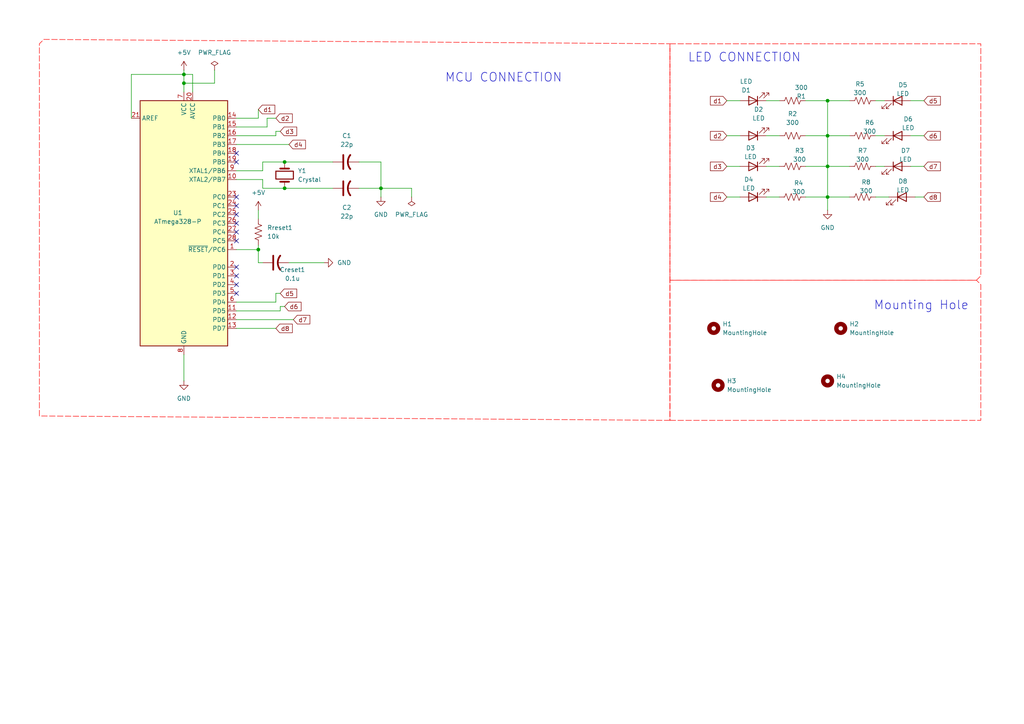
<source format=kicad_sch>
(kicad_sch (version 20250114) (generator "eeschema") (generator_version "9.0")
  (paper "A4")
  (lib_symbols
    (symbol "Device:C_US" (pin_numbers (hide yes)) (pin_names (offset 0.254) (hide yes))
      (property "Reference" "C" (at 0.635 2.54 0))
      (property "Value" "C_US" (at 0.635 -2.54 0))
      (symbol "C_US_0_1"
        (polyline (pts (xy -2.032 0.762) (xy 2.032 0.762)) (stroke (width 0.508)))
        (arc (start -2.032 -1.27) (mid 0 -0.5572) (end 2.032 -1.27) (stroke (width 0.508)))
      )
      (symbol "C_US_1_1"
        (pin passive line (at 0 3.81 270) (length 2.794) (name "~") (number "1"))
        (pin passive line (at 0 -3.81 90) (length 3.302) (name "~") (number "2"))
      )
    )
    (symbol "Device:Crystal" (pin_numbers (hide yes)) (pin_names (offset 1.016) (hide yes))
      (property "Reference" "Y" (at 0 3.81 0))
      (property "Value" "Crystal" (at 0 -3.81 0))
      (symbol "Crystal_0_1"
        (polyline (pts (xy -2.54 0) (xy -1.905 0)))
        (polyline (pts (xy -1.905 -1.27) (xy -1.905 1.27)) (stroke (width 0.508)))
        (rectangle (start -1.143 2.54) (end 1.143 -2.54) (stroke (width 0.3048)))
        (polyline (pts (xy 1.905 -1.27) (xy 1.905 1.27)) (stroke (width 0.508)))
        (polyline (pts (xy 2.54 0) (xy 1.905 0)))
      )
      (symbol "Crystal_1_1"
        (pin passive line (at -3.81 0 0) (length 1.27) (name "1") (number "1"))
        (pin passive line (at 3.81 0 180) (length 1.27) (name "2") (number "2"))
      )
    )
    (symbol "Device:LED" (pin_numbers (hide yes)) (pin_names (offset 1.016) (hide yes))
      (property "Reference" "D" (at 0 2.54 0))
      (property "Value" "LED" (at 0 -2.54 0))
      (symbol "LED_0_1"
        (polyline (pts (xy -3.048 -0.762) (xy -4.572 -2.286) (xy -3.81 -2.286) (xy -4.572 -2.286) (xy -4.572 -1.524)))
        (polyline (pts (xy -1.778 -0.762) (xy -3.302 -2.286) (xy -2.54 -2.286) (xy -3.302 -2.286) (xy -3.302 -1.524)))
        (polyline (pts (xy -1.27 0) (xy 1.27 0)))
        (polyline (pts (xy -1.27 -1.27) (xy -1.27 1.27)) (stroke (width 0.254)))
        (polyline (pts (xy 1.27 -1.27) (xy 1.27 1.27) (xy -1.27 0) (xy 1.27 -1.27)) (stroke (width 0.254)))
      )
      (symbol "LED_1_1"
        (pin passive line (at -3.81 0 0) (length 2.54) (name "K") (number "1"))
        (pin passive line (at 3.81 0 180) (length 2.54) (name "A") (number "2"))
      )
    )
    (symbol "Device:R_US" (pin_numbers (hide yes)) (pin_names (offset 0))
      (property "Reference" "R" (at 2.54 0 90))
      (property "Value" "R_US" (at -2.54 0 90))
      (symbol "R_US_0_1"
        (polyline (pts (xy 0 2.286) (xy 0 2.54)))
        (polyline (pts (xy 0 2.286) (xy 1.016 1.905) (xy 0 1.524) (xy -1.016 1.143) (xy 0 0.762)))
        (polyline (pts (xy 0 0.762) (xy 1.016 0.381) (xy 0 0) (xy -1.016 -0.381) (xy 0 -0.762)))
        (polyline (pts (xy 0 -0.762) (xy 1.016 -1.143) (xy 0 -1.524) (xy -1.016 -1.905) (xy 0 -2.286)))
        (polyline (pts (xy 0 -2.286) (xy 0 -2.54)))
      )
      (symbol "R_US_1_1"
        (pin passive line (at 0 3.81 270) (length 1.27) (name "~") (number "1"))
        (pin passive line (at 0 -3.81 90) (length 1.27) (name "~") (number "2"))
      )
    )
    (symbol "MCU_Microchip_ATmega:ATmega328-P"
      (property "Reference" "U" (at -12.7 36.83 0))
      (property "Value" "ATmega328-P" (at 2.54 -36.83 0))
      (symbol "ATmega328-P_0_1"
        (rectangle (start -12.7 -35.56) (end 12.7 35.56) (stroke (width 0.254)) (fill (type background)))
      )
      (symbol "ATmega328-P_1_1"
        (pin passive line (at -15.24 30.48 0) (length 2.54) (name "AREF") (number "21"))
        (pin power_in line (at 0 38.1 270) (length 2.54) (name "VCC") (number "7"))
        (pin passive line (at 0 -38.1 90) (length 2.54) (hide yes) (name "GND") (number "22"))
        (pin power_in line (at 0 -38.1 90) (length 2.54) (name "GND") (number "8"))
        (pin power_in line (at 2.54 38.1 270) (length 2.54) (name "AVCC") (number "20"))
        (pin bidirectional line (at 15.24 30.48 180) (length 2.54) (name "PB0") (number "14"))
        (pin bidirectional line (at 15.24 27.94 180) (length 2.54) (name "PB1") (number "15"))
        (pin bidirectional line (at 15.24 25.4 180) (length 2.54) (name "PB2") (number "16"))
        (pin bidirectional line (at 15.24 22.86 180) (length 2.54) (name "PB3") (number "17"))
        (pin bidirectional line (at 15.24 20.32 180) (length 2.54) (name "PB4") (number "18"))
        (pin bidirectional line (at 15.24 17.78 180) (length 2.54) (name "PB5") (number "19"))
        (pin bidirectional line (at 15.24 15.24 180) (length 2.54) (name "XTAL1/PB6") (number "9"))
        (pin bidirectional line (at 15.24 12.7 180) (length 2.54) (name "XTAL2/PB7") (number "10"))
        (pin bidirectional line (at 15.24 7.62 180) (length 2.54) (name "PC0") (number "23"))
        (pin bidirectional line (at 15.24 5.08 180) (length 2.54) (name "PC1") (number "24"))
        (pin bidirectional line (at 15.24 2.54 180) (length 2.54) (name "PC2") (number "25"))
        (pin bidirectional line (at 15.24 0 180) (length 2.54) (name "PC3") (number "26"))
        (pin bidirectional line (at 15.24 -2.54 180) (length 2.54) (name "PC4") (number "27"))
        (pin bidirectional line (at 15.24 -5.08 180) (length 2.54) (name "PC5") (number "28"))
        (pin bidirectional line (at 15.24 -7.62 180) (length 2.54) (name "~{RESET}/PC6") (number "1"))
        (pin bidirectional line (at 15.24 -12.7 180) (length 2.54) (name "PD0") (number "2"))
        (pin bidirectional line (at 15.24 -15.24 180) (length 2.54) (name "PD1") (number "3"))
        (pin bidirectional line (at 15.24 -17.78 180) (length 2.54) (name "PD2") (number "4"))
        (pin bidirectional line (at 15.24 -20.32 180) (length 2.54) (name "PD3") (number "5"))
        (pin bidirectional line (at 15.24 -22.86 180) (length 2.54) (name "PD4") (number "6"))
        (pin bidirectional line (at 15.24 -25.4 180) (length 2.54) (name "PD5") (number "11"))
        (pin bidirectional line (at 15.24 -27.94 180) (length 2.54) (name "PD6") (number "12"))
        (pin bidirectional line (at 15.24 -30.48 180) (length 2.54) (name "PD7") (number "13"))
      )
    )
    (symbol "Mechanical:MountingHole" (pin_names (offset 1.016)) (in_bom no)
      (property "Reference" "H" (at 0 5.08 0))
      (property "Value" "MountingHole" (at 0 3.175 0))
      (symbol "MountingHole_0_1"
        (circle (center 0 0) (radius 1.27) (stroke (width 1.27)))
      )
    )
    (symbol "power:+5V" (power) (pin_numbers (hide yes)) (pin_names (offset 0) (hide yes))
      (property "Value" "+5V" (at 0 3.556 0))
      (symbol "+5V_0_1"
        (polyline (pts (xy -0.762 1.27) (xy 0 2.54)))
        (polyline (pts (xy 0 2.54) (xy 0.762 1.27)))
        (polyline (pts (xy 0 0) (xy 0 2.54)))
      )
      (symbol "+5V_1_1"
        (pin power_in line (at 0 0 90) (length 0) (name "~") (number "1"))
      )
    )
    (symbol "power:GND" (power) (pin_numbers (hide yes)) (pin_names (offset 0) (hide yes))
      (property "Value" "GND" (at 0 -3.81 0))
      (symbol "GND_0_1"
        (polyline (pts (xy 0 0) (xy 0 -1.27) (xy 1.27 -1.27) (xy 0 -2.54) (xy -1.27 -1.27) (xy 0 -1.27)))
      )
      (symbol "GND_1_1"
        (pin power_in line (at 0 0 270) (length 0) (name "~") (number "1"))
      )
    )
    (symbol "power:PWR_FLAG" (power) (pin_numbers (hide yes)) (pin_names (offset 0) (hide yes))
      (property "Value" "PWR_FLAG" (at 0 3.81 0))
      (symbol "PWR_FLAG_0_0"
        (pin power_out line (at 0 0 90) (length 0) (name "~") (number "1"))
      )
      (symbol "PWR_FLAG_0_1"
        (polyline (pts (xy 0 0) (xy 0 1.27) (xy -1.016 1.905) (xy 0 2.54) (xy 1.016 1.905) (xy 0 1.27)))
      )
    )
  )
  (text "Mounting Hole" (at 267.208 88.646 0) (effects (font (size 2.54 2.54))))
  (text "LED CONNECTION" (at 215.9 16.764 0) (effects (font (size 2.54 2.54))))
  (text "MCU CONNECTION\n" (at 146.05 22.606 0) (effects (font (size 2.54 2.54))))
  (junction (at 53.34 24.13))
  (junction (at 240.03 39.37))
  (junction (at 110.49 54.61))
  (junction (at 82.55 46.99))
  (junction (at 240.03 29.21))
  (junction (at 240.03 48.26))
  (junction (at 82.55 54.61))
  (junction (at 240.03 57.15))
  (junction (at 74.93 72.39))
  (junction (at 53.34 21.59))
  (no_connect (at 68.58 82.55))
  (no_connect (at 68.58 44.45))
  (no_connect (at 68.58 85.09))
  (no_connect (at 68.58 59.69))
  (no_connect (at 68.58 64.77))
  (no_connect (at 68.58 57.15))
  (no_connect (at 68.58 67.31))
  (no_connect (at 68.58 46.99))
  (no_connect (at 68.58 77.47))
  (no_connect (at 68.58 69.85))
  (no_connect (at 68.58 62.23))
  (no_connect (at 68.58 80.01))
  (wire (pts (xy 80.01 85.09) (xy 80.01 87.63)))
  (wire (pts (xy 210.82 48.26) (xy 214.63 48.26)))
  (wire (pts (xy 222.25 29.21) (xy 226.06 29.21)))
  (wire (pts (xy 233.68 39.37) (xy 240.03 39.37)))
  (wire (pts (xy 222.25 57.15) (xy 226.06 57.15)))
  (wire (pts (xy 81.28 88.9) (xy 81.28 90.17)))
  (wire (pts (xy 53.34 24.13) (xy 53.34 26.67)))
  (wire (pts (xy 68.58 52.07) (xy 76.2 52.07)))
  (wire (pts (xy 246.38 29.21) (xy 240.03 29.21)))
  (wire (pts (xy 74.93 34.29) (xy 68.58 34.29)))
  (wire (pts (xy 76.2 54.61) (xy 82.55 54.61)))
  (wire (pts (xy 246.38 48.26) (xy 240.03 48.26)))
  (wire (pts (xy 240.03 57.15) (xy 246.38 57.15)))
  (wire (pts (xy 62.23 20.32) (xy 62.23 24.13)))
  (wire (pts (xy 264.16 48.26) (xy 267.97 48.26)))
  (wire (pts (xy 68.58 72.39) (xy 74.93 72.39)))
  (wire (pts (xy 246.38 39.37) (xy 240.03 39.37)))
  (wire (pts (xy 119.38 54.61) (xy 110.49 54.61)))
  (wire (pts (xy 74.93 76.2) (xy 74.93 72.39)))
  (wire (pts (xy 264.16 39.37) (xy 267.97 39.37)))
  (wire (pts (xy 80.01 87.63) (xy 68.58 87.63)))
  (wire (pts (xy 80.01 39.37) (xy 68.58 39.37)))
  (wire (pts (xy 233.68 29.21) (xy 240.03 29.21)))
  (wire (pts (xy 53.34 102.87) (xy 53.34 110.49)))
  (wire (pts (xy 240.03 48.26) (xy 240.03 57.15)))
  (wire (pts (xy 74.93 71.12) (xy 74.93 72.39)))
  (wire (pts (xy 76.2 52.07) (xy 76.2 54.61)))
  (wire (pts (xy 254 39.37) (xy 256.54 39.37)))
  (wire (pts (xy 80.01 85.09) (xy 81.28 85.09)))
  (wire (pts (xy 77.47 34.29) (xy 77.47 36.83)))
  (wire (pts (xy 233.68 48.26) (xy 240.03 48.26)))
  (wire (pts (xy 222.25 48.26) (xy 226.06 48.26)))
  (wire (pts (xy 55.88 21.59) (xy 53.34 21.59)))
  (wire (pts (xy 68.58 92.71) (xy 85.09 92.71)))
  (wire (pts (xy 76.2 49.53) (xy 76.2 46.99)))
  (wire (pts (xy 81.28 88.9) (xy 82.55 88.9)))
  (wire (pts (xy 240.03 39.37) (xy 240.03 48.26)))
  (wire (pts (xy 210.82 39.37) (xy 214.63 39.37)))
  (wire (pts (xy 76.2 76.2) (xy 74.93 76.2)))
  (wire (pts (xy 80.01 38.1) (xy 80.01 39.37)))
  (wire (pts (xy 110.49 57.15) (xy 110.49 54.61)))
  (wire (pts (xy 240.03 29.21) (xy 240.03 39.37)))
  (wire (pts (xy 55.88 26.67) (xy 55.88 21.59)))
  (wire (pts (xy 233.68 57.15) (xy 240.03 57.15)))
  (wire (pts (xy 83.82 76.2) (xy 93.98 76.2)))
  (wire (pts (xy 80.01 38.1) (xy 81.28 38.1)))
  (wire (pts (xy 210.82 57.15) (xy 214.63 57.15)))
  (wire (pts (xy 254 57.15) (xy 257.81 57.15)))
  (wire (pts (xy 210.82 29.21) (xy 214.63 29.21)))
  (wire (pts (xy 68.58 41.91) (xy 83.82 41.91)))
  (wire (pts (xy 76.2 46.99) (xy 82.55 46.99)))
  (wire (pts (xy 82.55 46.99) (xy 96.52 46.99)))
  (wire (pts (xy 62.23 24.13) (xy 53.34 24.13)))
  (wire (pts (xy 264.16 29.21) (xy 267.97 29.21)))
  (wire (pts (xy 81.28 90.17) (xy 68.58 90.17)))
  (wire (pts (xy 119.38 57.15) (xy 119.38 54.61)))
  (wire (pts (xy 254 29.21) (xy 256.54 29.21)))
  (wire (pts (xy 265.43 57.15) (xy 267.97 57.15)))
  (wire (pts (xy 110.49 46.99) (xy 110.49 54.61)))
  (wire (pts (xy 74.93 60.96) (xy 74.93 63.5)))
  (wire (pts (xy 38.1 34.29) (xy 38.1 21.59)))
  (wire (pts (xy 222.25 39.37) (xy 226.06 39.37)))
  (wire (pts (xy 68.58 49.53) (xy 76.2 49.53)))
  (wire (pts (xy 68.58 95.25) (xy 80.01 95.25)))
  (wire (pts (xy 254 48.26) (xy 256.54 48.26)))
  (wire (pts (xy 38.1 21.59) (xy 53.34 21.59)))
  (wire (pts (xy 53.34 20.32) (xy 53.34 21.59)))
  (wire (pts (xy 77.47 34.29) (xy 80.01 34.29)))
  (wire (pts (xy 53.34 21.59) (xy 53.34 24.13)))
  (wire (pts (xy 240.03 57.15) (xy 240.03 60.96)))
  (wire (pts (xy 104.14 46.99) (xy 110.49 46.99)))
  (wire (pts (xy 104.14 54.61) (xy 110.49 54.61)))
  (wire (pts (xy 77.47 36.83) (xy 68.58 36.83)))
  (wire (pts (xy 82.55 54.61) (xy 96.52 54.61)))
  (wire (pts (xy 74.93 31.75) (xy 74.93 34.29)))
  (global_label "d5" (shape input) (at 267.97 29.21 0) (property "Intersheetrefs" "${INTERSHEET_REFS}" (effects (hide yes))))
  (global_label "d4" (shape input) (at 210.82 57.15 180) (property "Intersheetrefs" "${INTERSHEET_REFS}" (effects (hide yes))))
  (global_label "d2" (shape input) (at 80.01 34.29 0) (property "Intersheetrefs" "${INTERSHEET_REFS}" (effects (hide yes))))
  (global_label "d2" (shape input) (at 210.82 39.37 180) (property "Intersheetrefs" "${INTERSHEET_REFS}" (effects (hide yes))))
  (global_label "d3" (shape input) (at 210.82 48.26 180) (property "Intersheetrefs" "${INTERSHEET_REFS}" (effects (hide yes))))
  (global_label "d6" (shape input) (at 82.55 88.9 0) (property "Intersheetrefs" "${INTERSHEET_REFS}" (effects (hide yes))))
  (global_label "d4" (shape input) (at 83.82 41.91 0) (property "Intersheetrefs" "${INTERSHEET_REFS}" (effects (hide yes))))
  (global_label "d3" (shape input) (at 81.28 38.1 0) (property "Intersheetrefs" "${INTERSHEET_REFS}" (effects (hide yes))))
  (global_label "d1" (shape input) (at 74.93 31.75 0) (property "Intersheetrefs" "${INTERSHEET_REFS}" (effects (hide yes))))
  (global_label "d6" (shape input) (at 267.97 39.37 0) (property "Intersheetrefs" "${INTERSHEET_REFS}" (effects (hide yes))))
  (global_label "d8" (shape input) (at 267.97 57.15 0) (property "Intersheetrefs" "${INTERSHEET_REFS}" (effects (hide yes))))
  (global_label "d7" (shape input) (at 85.09 92.71 0) (property "Intersheetrefs" "${INTERSHEET_REFS}" (effects (hide yes))))
  (global_label "d1" (shape input) (at 210.82 29.21 180) (property "Intersheetrefs" "${INTERSHEET_REFS}" (effects (hide yes))))
  (global_label "d8" (shape input) (at 80.01 95.25 0) (property "Intersheetrefs" "${INTERSHEET_REFS}" (effects (hide yes))))
  (global_label "d5" (shape input) (at 81.28 85.09 0) (property "Intersheetrefs" "${INTERSHEET_REFS}" (effects (hide yes))))
  (global_label "d7" (shape input) (at 267.97 48.26 0) (property "Intersheetrefs" "${INTERSHEET_REFS}" (effects (hide yes))))
  (rule_area (polyline (pts (xy 194.31 81.28) (xy 194.31 12.7) (xy 284.48 12.7) (xy 284.48 80.01) (xy 283.21 81.28)) (stroke (width 0) (type dash))))
  (rule_area (polyline (pts (xy 194.31 121.92) (xy 11.43 120.65) (xy 11.43 12.7) (xy 12.7 11.43) (xy 194.31 12.7)) (stroke (width 0) (type dash))))
  (rule_area (polyline (pts (xy 194.31 121.92) (xy 284.48 121.92) (xy 284.48 82.55) (xy 283.21 81.28) (xy 194.31 81.28)) (stroke (width 0) (type dash))))
  (symbol (lib_id "Device:LED") (at 261.62 57.15 0) (unit 1)
    (property "Reference" "D8" (at 261.874 52.578 0))
    (property "Value" "LED" (at 261.874 55.118 0))
    (property "Footprint" "LED_THT:LED_D5.0mm" (effects (hide yes)))
    (property "Description" "Light emitting diode" (effects (hide yes)))
    (property "Sim.Pins" "1=K 2=A" (effects (hide yes)))
  )
  (symbol (lib_id "Device:R_US") (at 250.19 57.15 90) (unit 1)
    (property "Reference" "R8" (at 251.206 52.832 90))
    (property "Value" "300" (at 251.206 55.372 90))
    (property "Footprint" "Resistor_THT:R_Axial_DIN0204_L3.6mm_D1.6mm_P5.08mm_Horizontal" (effects (hide yes)))
    (property "Description" "Resistor, US symbol" (effects (hide yes)))
  )
  (symbol (lib_id "Mechanical:MountingHole") (at 207.01 95.25 0) (unit 1) (in_bom no)
    (property "Reference" "H1" (at 209.55 93.9799 0) (effects (justify left)))
    (property "Value" "MountingHole" (at 209.55 96.5199 0) (effects (justify left)))
    (property "Footprint" "MountingHole:MountingHole_2.5mm_Pad_Via" (effects (hide yes)))
    (property "Description" "Mounting Hole without connection" (effects (hide yes)))
  )
  (symbol (lib_id "Device:R_US") (at 250.19 39.37 90) (unit 1)
    (property "Reference" "R6" (at 252.222 35.56 90))
    (property "Value" "300" (at 252.222 38.1 90))
    (property "Footprint" "Resistor_THT:R_Axial_DIN0204_L3.6mm_D1.6mm_P5.08mm_Horizontal" (effects (hide yes)))
    (property "Description" "Resistor, US symbol" (effects (hide yes)))
  )
  (symbol (lib_id "Device:R_US") (at 250.19 29.21 90) (unit 1)
    (property "Reference" "R5" (at 249.428 24.384 90))
    (property "Value" "300" (at 249.428 26.924 90))
    (property "Footprint" "Resistor_THT:R_Axial_DIN0204_L3.6mm_D1.6mm_P5.08mm_Horizontal" (effects (hide yes)))
    (property "Description" "Resistor, US symbol" (effects (hide yes)))
  )
  (symbol (lib_id "Device:LED") (at 218.44 29.21 180) (unit 1)
    (property "Reference" "D1" (at 216.408 26.162 0))
    (property "Value" "LED" (at 216.408 23.622 0))
    (property "Footprint" "LED_THT:LED_D5.0mm" (effects (hide yes)))
    (property "Description" "Light emitting diode" (effects (hide yes)))
    (property "Sim.Pins" "1=K 2=A" (effects (hide yes)))
  )
  (symbol (lib_id "power:GND") (at 240.03 60.96 0) (unit 1)
    (property "Reference" "#PWR06" (effects (hide yes)))
    (property "Value" "GND" (at 240.03 66.04 0))
    (property "Description" "Power symbol creates a global label with name \"GND\" , ground" (effects (hide yes)))
  )
  (symbol (lib_id "power:+5V") (at 74.93 60.96 0) (unit 1)
    (property "Reference" "#PWR05" (effects (hide yes)))
    (property "Value" "+5V" (at 74.93 55.88 0))
    (property "Description" "Power symbol creates a global label with name \"+5V\"" (effects (hide yes)))
  )
  (symbol (lib_id "Device:R_US") (at 229.87 57.15 90) (unit 1)
    (property "Reference" "R4" (at 231.648 53.086 90))
    (property "Value" "300" (at 231.648 55.626 90))
    (property "Footprint" "Resistor_THT:R_Axial_DIN0204_L3.6mm_D1.6mm_P5.08mm_Horizontal" (effects (hide yes)))
    (property "Description" "Resistor, US symbol" (effects (hide yes)))
  )
  (symbol (lib_id "Device:C_US") (at 80.01 76.2 90) (unit 1)
    (property "Reference" "Creset1" (at 84.836 78.232 90))
    (property "Value" "0.1u" (at 84.836 80.772 90))
    (property "Footprint" "Capacitor_SMD:C_0805_2012Metric" (effects (hide yes)))
    (property "Description" "capacitor, US symbol" (effects (hide yes)))
  )
  (symbol (lib_id "Device:R_US") (at 74.93 67.31 0) (unit 1)
    (property "Reference" "Rreset1" (at 77.47 66.0399 0) (effects (justify left)))
    (property "Value" "10k" (at 77.47 68.5799 0) (effects (justify left)))
    (property "Footprint" "Resistor_SMD:R_0805_2012Metric_Pad1.20x1.40mm_HandSolder" (effects (hide yes)))
    (property "Description" "Resistor, US symbol" (effects (hide yes)))
  )
  (symbol (lib_id "Device:C_US") (at 100.33 46.99 90) (unit 1)
    (property "Reference" "C1" (at 100.584 39.37 90))
    (property "Value" "22p" (at 100.584 41.91 90))
    (property "Footprint" "Capacitor_SMD:C_0805_2012Metric" (effects (hide yes)))
    (property "Description" "capacitor, US symbol" (effects (hide yes)))
  )
  (symbol (lib_id "Device:R_US") (at 229.87 29.21 270) (unit 1)
    (property "Reference" "R1" (at 232.41 27.94 90))
    (property "Value" "300" (at 232.41 25.4 90))
    (property "Footprint" "Resistor_THT:R_Axial_DIN0204_L3.6mm_D1.6mm_P5.08mm_Horizontal" (effects (hide yes)))
    (property "Description" "Resistor, US symbol" (effects (hide yes)))
  )
  (symbol (lib_id "power:PWR_FLAG") (at 62.23 20.32 0) (unit 1)
    (property "Reference" "#FLG02" (effects (hide yes)))
    (property "Value" "PWR_FLAG" (at 62.23 15.24 0))
    (property "Description" "Special symbol for telling ERC where power comes from" (effects (hide yes)))
  )
  (symbol (lib_id "power:PWR_FLAG") (at 119.38 57.15 180) (unit 1)
    (property "Reference" "#FLG04" (effects (hide yes)))
    (property "Value" "PWR_FLAG" (at 119.38 62.23 0))
    (property "Description" "Special symbol for telling ERC where power comes from" (effects (hide yes)))
  )
  (symbol (lib_id "Device:R_US") (at 229.87 48.26 90) (unit 1)
    (property "Reference" "R3" (at 231.902 43.688 90))
    (property "Value" "300" (at 231.902 46.228 90))
    (property "Footprint" "Resistor_THT:R_Axial_DIN0204_L3.6mm_D1.6mm_P5.08mm_Horizontal" (effects (hide yes)))
    (property "Description" "Resistor, US symbol" (effects (hide yes)))
  )
  (symbol (lib_id "power:GND") (at 93.98 76.2 90) (unit 1)
    (property "Reference" "#PWR03" (effects (hide yes)))
    (property "Value" "GND" (at 97.79 76.1999 90) (effects (justify right)))
    (property "Description" "Power symbol creates a global label with name \"GND\" , ground" (effects (hide yes)))
  )
  (symbol (lib_id "Device:R_US") (at 229.87 39.37 90) (unit 1)
    (property "Reference" "R2" (at 229.87 33.02 90))
    (property "Value" "300" (at 229.87 35.56 90))
    (property "Footprint" "Resistor_THT:R_Axial_DIN0204_L3.6mm_D1.6mm_P5.08mm_Horizontal" (effects (hide yes)))
    (property "Description" "Resistor, US symbol" (effects (hide yes)))
  )
  (symbol (lib_id "Device:LED") (at 260.35 48.26 0) (unit 1)
    (property "Reference" "D7" (at 262.636 43.688 0))
    (property "Value" "LED" (at 262.636 46.228 0))
    (property "Footprint" "LED_THT:LED_D5.0mm" (effects (hide yes)))
    (property "Description" "Light emitting diode" (effects (hide yes)))
    (property "Sim.Pins" "1=K 2=A" (effects (hide yes)))
  )
  (symbol (lib_id "Mechanical:MountingHole") (at 208.28 111.76 0) (unit 1) (in_bom no)
    (property "Reference" "H3" (at 210.82 110.4899 0) (effects (justify left)))
    (property "Value" "MountingHole" (at 210.82 113.0299 0) (effects (justify left)))
    (property "Footprint" "MountingHole:MountingHole_2.5mm_Pad_Via" (effects (hide yes)))
    (property "Description" "Mounting Hole without connection" (effects (hide yes)))
  )
  (symbol (lib_id "Device:LED") (at 218.44 39.37 180) (unit 1)
    (property "Reference" "D2" (at 220.0275 31.75 0))
    (property "Value" "LED" (at 220.0275 34.29 0))
    (property "Footprint" "LED_THT:LED_D5.0mm" (effects (hide yes)))
    (property "Description" "Light emitting diode" (effects (hide yes)))
    (property "Sim.Pins" "1=K 2=A" (effects (hide yes)))
  )
  (symbol (lib_id "Device:R_US") (at 250.19 48.26 90) (unit 1)
    (property "Reference" "R7" (at 250.19 43.688 90))
    (property "Value" "300" (at 250.19 46.228 90))
    (property "Footprint" "Resistor_THT:R_Axial_DIN0204_L3.6mm_D1.6mm_P5.08mm_Horizontal" (effects (hide yes)))
    (property "Description" "Resistor, US symbol" (effects (hide yes)))
  )
  (symbol (lib_id "Device:LED") (at 260.35 39.37 0) (unit 1)
    (property "Reference" "D6" (at 263.398 34.544 0))
    (property "Value" "LED" (at 263.398 37.084 0))
    (property "Footprint" "LED_THT:LED_D5.0mm" (effects (hide yes)))
    (property "Description" "Light emitting diode" (effects (hide yes)))
    (property "Sim.Pins" "1=K 2=A" (effects (hide yes)))
  )
  (symbol (lib_id "Device:Crystal") (at 82.55 50.8 270) (unit 1)
    (property "Reference" "Y1" (at 86.36 49.5299 90) (effects (justify left)))
    (property "Value" "Crystal" (at 86.36 52.0699 90) (effects (justify left)))
    (property "Footprint" "Crystal:Crystal_HC49-4H_Vertical" (effects (hide yes)))
    (property "Description" "Two pin crystal" (effects (hide yes)))
  )
  (symbol (lib_id "power:GND") (at 110.49 57.15 0) (unit 1)
    (property "Reference" "#PWR04" (effects (hide yes)))
    (property "Value" "GND" (at 110.49 62.23 0))
    (property "Description" "Power symbol creates a global label with name \"GND\" , ground" (effects (hide yes)))
  )
  (symbol (lib_id "Device:LED") (at 260.35 29.21 0) (unit 1)
    (property "Reference" "D5" (at 261.874 24.638 0))
    (property "Value" "LED" (at 261.874 27.178 0))
    (property "Footprint" "LED_THT:LED_D5.0mm" (effects (hide yes)))
    (property "Description" "Light emitting diode" (effects (hide yes)))
    (property "Sim.Pins" "1=K 2=A" (effects (hide yes)))
  )
  (symbol (lib_id "power:+5V") (at 53.34 20.32 0) (unit 1)
    (property "Reference" "#PWR02" (effects (hide yes)))
    (property "Value" "+5V" (at 53.34 15.24 0))
    (property "Description" "Power symbol creates a global label with name \"+5V\"" (effects (hide yes)))
  )
  (symbol (lib_id "Mechanical:MountingHole") (at 240.03 110.49 0) (unit 1) (in_bom no)
    (property "Reference" "H4" (at 242.57 109.2199 0) (effects (justify left)))
    (property "Value" "MountingHole" (at 242.57 111.7599 0) (effects (justify left)))
    (property "Footprint" "MountingHole:MountingHole_2.5mm_Pad_Via" (effects (hide yes)))
    (property "Description" "Mounting Hole without connection" (effects (hide yes)))
  )
  (symbol (lib_id "Device:C_US") (at 100.33 54.61 90) (unit 1)
    (property "Reference" "C2" (at 100.584 60.198 90))
    (property "Value" "22p" (at 100.584 62.738 90))
    (property "Footprint" "Capacitor_SMD:C_0805_2012Metric" (effects (hide yes)))
    (property "Description" "capacitor, US symbol" (effects (hide yes)))
  )
  (symbol (lib_id "Device:LED") (at 218.44 48.26 180) (unit 1)
    (property "Reference" "D3" (at 217.678 42.926 0))
    (property "Value" "LED" (at 217.678 45.466 0))
    (property "Footprint" "LED_THT:LED_D5.0mm" (effects (hide yes)))
    (property "Description" "Light emitting diode" (effects (hide yes)))
    (property "Sim.Pins" "1=K 2=A" (effects (hide yes)))
  )
  (symbol (lib_id "Mechanical:MountingHole") (at 243.84 95.25 0) (unit 1) (in_bom no)
    (property "Reference" "H2" (at 246.38 93.9799 0) (effects (justify left)))
    (property "Value" "MountingHole" (at 246.38 96.5199 0) (effects (justify left)))
    (property "Footprint" "MountingHole:MountingHole_2.5mm_Pad_Via" (effects (hide yes)))
    (property "Description" "Mounting Hole without connection" (effects (hide yes)))
  )
  (symbol (lib_id "Device:LED") (at 218.44 57.15 180) (unit 1)
    (property "Reference" "D4" (at 217.17 52.07 0))
    (property "Value" "LED" (at 217.17 54.61 0))
    (property "Footprint" "LED_THT:LED_D5.0mm" (effects (hide yes)))
    (property "Description" "Light emitting diode" (effects (hide yes)))
    (property "Sim.Pins" "1=K 2=A" (effects (hide yes)))
  )
  (symbol (lib_id "power:GND") (at 53.34 110.49 0) (unit 1)
    (property "Reference" "#PWR01" (effects (hide yes)))
    (property "Value" "GND" (at 53.34 115.57 0))
    (property "Description" "Power symbol creates a global label with name \"GND\" , ground" (effects (hide yes)))
  )
  (symbol (lib_id "MCU_Microchip_ATmega:ATmega328-P") (at 53.34 64.77 0) (unit 1)
    (property "Reference" "U1" (at 51.562 61.722 0))
    (property "Value" "ATmega328-P" (at 51.562 64.262 0))
    (property "Footprint" "Package_DIP:DIP-28_W7.62mm" (effects (hide yes)))
    (property "Datasheet" "http://ww1.microchip.com/downloads/en/DeviceDoc/ATmega328_P%20AVR%20MCU%20with%20picoPower%20Technology%20Data%20Sheet%2040001984A.pdf" (effects (hide yes)))
    (property "Description" "20MHz, 32kB Flash, 2kB SRAM, 1kB EEPROM, DIP-28" (effects (hide yes)))
  )
)
</source>
